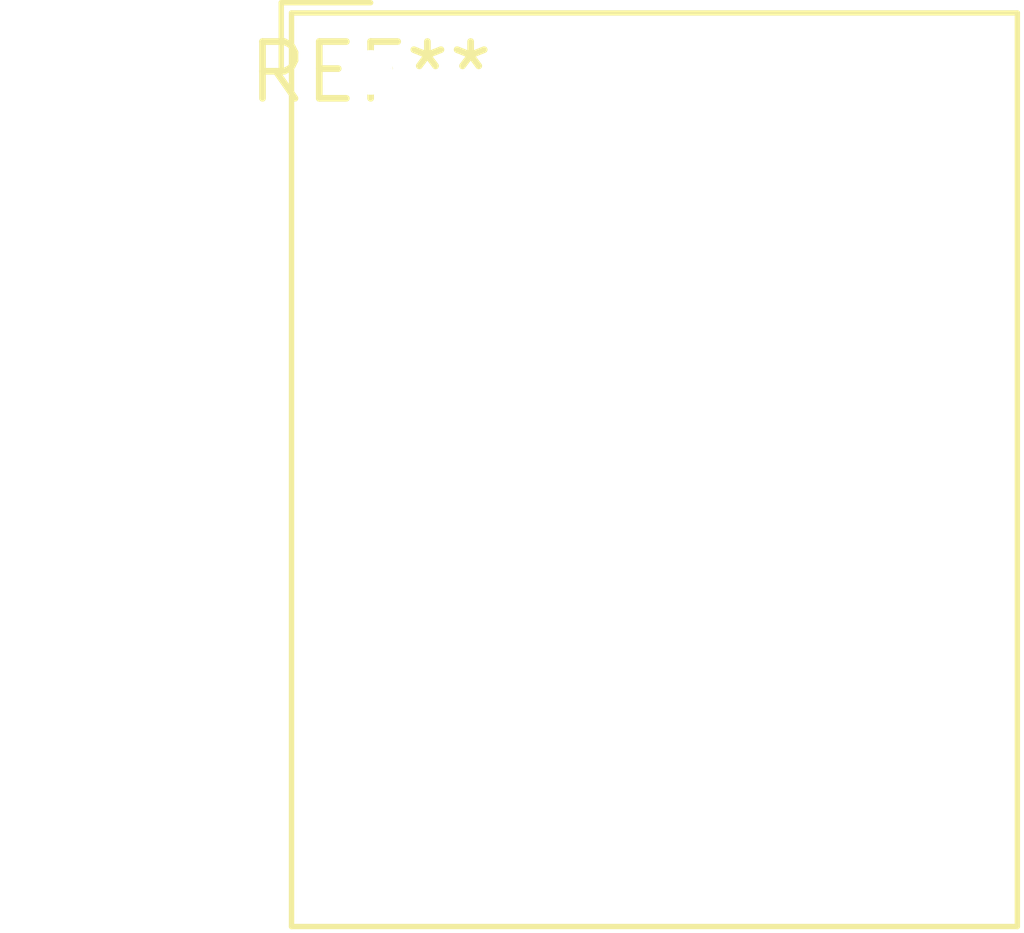
<source format=kicad_pcb>
(kicad_pcb (version 20240108) (generator pcbnew)
  (layers (0 "F.Cu" signal) (31 "B.Cu" signal) (34 "B.Paste" user) (35 "F.Paste" user) (36 "B.SilkS" user "B.Silkscreen") (37 "F.SilkS" user "F.Silkscreen") (38 "B.Mask" user) (39 "F.Mask" user) (44 "Edge.Cuts" user))
  (net 0 "")
  (footprint "DA04-11SURKWA" (layer "F.Cu") (at 0 0)
    (property "Reference" "REF**")
    (property "Value" "DA04-11SURKWA")
    (fp_line (start -2 -1.56) (end -2 0) (layer "F.SilkS") (stroke (width 0.12)))
    (fp_line (start -2 -1.56) (end 0 -1.56) (layer "F.SilkS") (stroke (width 0.12)))
    (fp_line (start -1.77 -1.33) (end 14.47 -1.33) (layer "F.SilkS") (stroke (width 0.12)))
    (fp_line (start -1.77 19.11) (end -1.77 -1.33) (layer "F.SilkS") (stroke (width 0.12)))
    (fp_line (start 14.47 -1.33) (end 14.47 19.11) (layer "F.SilkS") (stroke (width 0.12)))
    (fp_line (start 14.47 19.11) (end -1.77 19.11) (layer "F.SilkS") (stroke (width 0.12)))
    (pad "1" thru_hole rect (at 0 0) (size 1.7 1.7) (drill 1) (layers *.Cu *.Mask) (remove_unused_layers))
    (pad "2" thru_hole circle (at 0 2.54) (size 1.7 1.7) (drill 1) (layers *.Cu *.Mask) (remove_unused_layers))
    (pad "3" thru_hole circle (at 0 5.08) (size 1.7 1.7) (drill 1) (layers *.Cu *.Mask) (remove_unused_layers))
    (pad "4" thru_hole circle (at 0 7.62) (size 1.7 1.7) (drill 1) (layers *.Cu *.Mask) (remove_unused_layers))
    (pad "5" thru_hole circle (at 0 10.16) (size 1.7 1.7) (drill 1) (layers *.Cu *.Mask) (remove_unused_layers))
    (pad "6" thru_hole circle (at 0 12.7) (size 1.7 1.7) (drill 1) (layers *.Cu *.Mask) (remove_unused_layers))
    (pad "7" thru_hole circle (at 0 15.24) (size 1.7 1.7) (drill 1) (layers *.Cu *.Mask) (remove_unused_layers))
    (pad "8" thru_hole circle (at 0 17.78) (size 1.7 1.7) (drill 1) (layers *.Cu *.Mask) (remove_unused_layers))
    (pad "9" thru_hole circle (at 12.7 17.78) (size 1.7 1.7) (drill 1) (layers *.Cu *.Mask) (remove_unused_layers))
    (pad "10" thru_hole circle (at 12.7 15.24) (size 1.7 1.7) (drill 1) (layers *.Cu *.Mask) (remove_unused_layers))
    (pad "11" thru_hole circle (at 12.7 12.7) (size 1.7 1.7) (drill 1) (layers *.Cu *.Mask) (remove_unused_layers))
    (pad "12" thru_hole circle (at 12.7 10.16) (size 1.7 1.7) (drill 1) (layers *.Cu *.Mask) (remove_unused_layers))
    (pad "13" thru_hole circle (at 12.7 7.62) (size 1.7 1.7) (drill 1) (layers *.Cu *.Mask) (remove_unused_layers))
    (pad "14" thru_hole circle (at 12.7 5.08) (size 1.7 1.7) (drill 1) (layers *.Cu *.Mask) (remove_unused_layers))
    (pad "15" thru_hole circle (at 12.7 2.54) (size 1.7 1.7) (drill 1) (layers *.Cu *.Mask) (remove_unused_layers))
    (pad "16" thru_hole circle (at 12.7 0) (size 1.7 1.7) (drill 1) (layers *.Cu *.Mask) (remove_unused_layers))
  )
)
</source>
